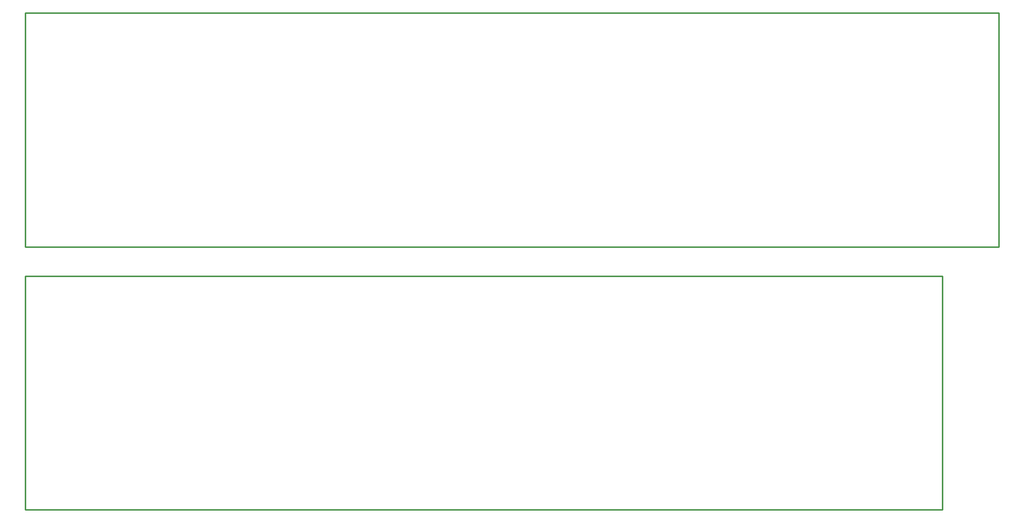
<source format=gko>
G04 Layer: BoardOutlineLayer*
G04 EasyEDA v6.5.22, 2024-08-28 16:03:03*
G04 922126ed66404cc7a2e17ea7cb8ccf87,fc1e3732016e4acc899c86b879ae2791,10*
G04 Gerber Generator version 0.2*
G04 Scale: 100 percent, Rotated: No, Reflected: No *
G04 Dimensions in millimeters *
G04 leading zeros omitted , absolute positions ,4 integer and 5 decimal *
%FSLAX45Y45*%
%MOMM*%

%ADD10C,0.2540*%
D10*
X199999Y4599990D02*
G01*
X16859968Y4599990D01*
X16859968Y8599982D02*
G01*
X16859968Y4599990D01*
X199999Y8599982D02*
G01*
X1799993Y8599982D01*
X16859857Y8599982D01*
X199999Y4099991D02*
G01*
X15889968Y4099991D01*
X199999Y99999D02*
G01*
X15889968Y99999D01*
X15889968Y4099991D02*
G01*
X15889968Y99999D01*
X199999Y99999D02*
G01*
X199999Y4099991D01*
X199999Y4599990D02*
G01*
X199999Y8599982D01*

%LPD*%
M02*

</source>
